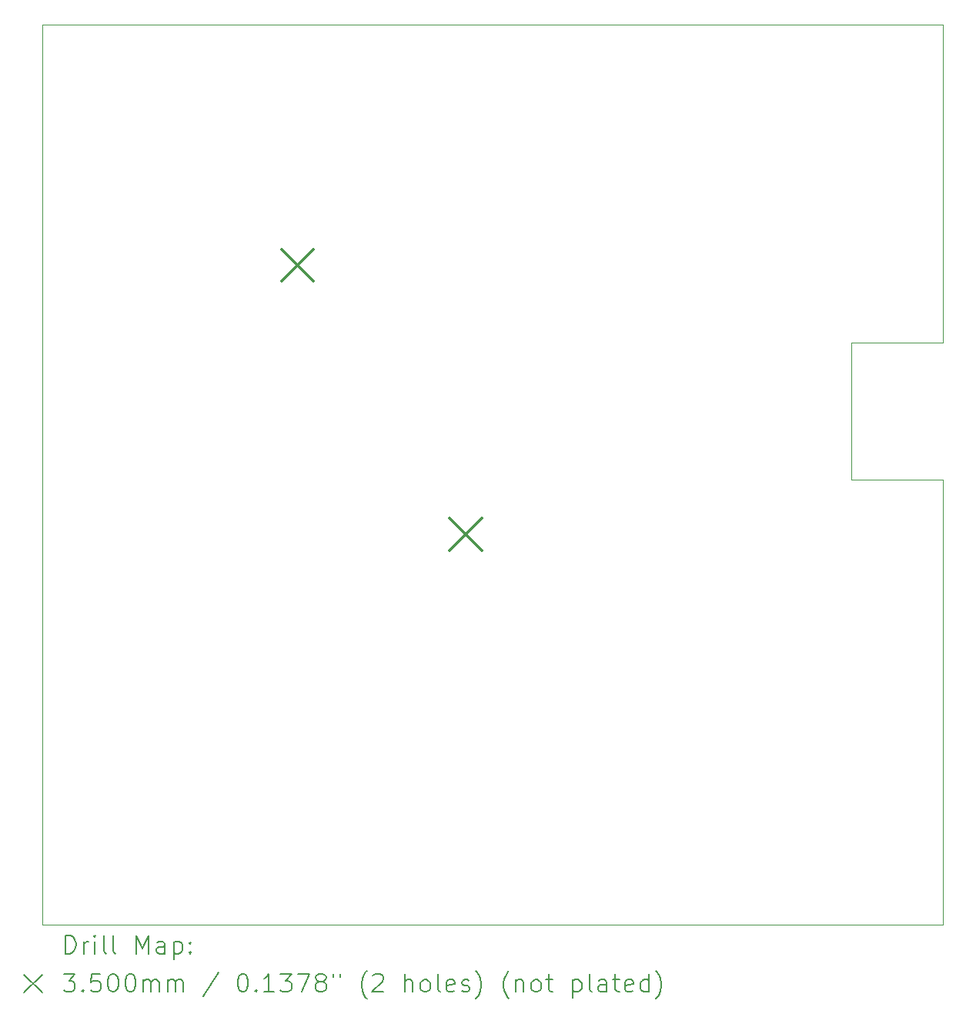
<source format=gbr>
%FSLAX45Y45*%
G04 Gerber Fmt 4.5, Leading zero omitted, Abs format (unit mm)*
G04 Created by KiCad (PCBNEW (6.0.4-0)) date 2022-09-08 11:41:53*
%MOMM*%
%LPD*%
G01*
G04 APERTURE LIST*
%TA.AperFunction,Profile*%
%ADD10C,0.100000*%
%TD*%
%ADD11C,0.200000*%
%ADD12C,0.350000*%
G04 APERTURE END LIST*
D10*
X5000000Y-14900000D02*
X5000000Y-5000000D01*
X14900000Y-14900000D02*
X5000000Y-14900000D01*
X14900000Y-10000000D02*
X14900000Y-14900000D01*
X13900000Y-10000000D02*
X14900000Y-10000000D01*
X13900000Y-10000000D02*
X13900000Y-8500000D01*
X13900000Y-8500000D02*
X14900000Y-8500000D01*
X14900000Y-5000000D02*
X14900000Y-8500000D01*
X5000000Y-5000000D02*
X14900000Y-5000000D01*
D11*
D12*
X7629200Y-7470400D02*
X7979200Y-7820400D01*
X7979200Y-7470400D02*
X7629200Y-7820400D01*
X9479300Y-10429500D02*
X9829300Y-10779500D01*
X9829300Y-10429500D02*
X9479300Y-10779500D01*
D11*
X5252619Y-15215476D02*
X5252619Y-15015476D01*
X5300238Y-15015476D01*
X5328810Y-15025000D01*
X5347857Y-15044048D01*
X5357381Y-15063095D01*
X5366905Y-15101190D01*
X5366905Y-15129762D01*
X5357381Y-15167857D01*
X5347857Y-15186905D01*
X5328810Y-15205952D01*
X5300238Y-15215476D01*
X5252619Y-15215476D01*
X5452619Y-15215476D02*
X5452619Y-15082143D01*
X5452619Y-15120238D02*
X5462143Y-15101190D01*
X5471667Y-15091667D01*
X5490714Y-15082143D01*
X5509762Y-15082143D01*
X5576429Y-15215476D02*
X5576429Y-15082143D01*
X5576429Y-15015476D02*
X5566905Y-15025000D01*
X5576429Y-15034524D01*
X5585952Y-15025000D01*
X5576429Y-15015476D01*
X5576429Y-15034524D01*
X5700238Y-15215476D02*
X5681190Y-15205952D01*
X5671667Y-15186905D01*
X5671667Y-15015476D01*
X5805000Y-15215476D02*
X5785952Y-15205952D01*
X5776428Y-15186905D01*
X5776428Y-15015476D01*
X6033571Y-15215476D02*
X6033571Y-15015476D01*
X6100238Y-15158333D01*
X6166905Y-15015476D01*
X6166905Y-15215476D01*
X6347857Y-15215476D02*
X6347857Y-15110714D01*
X6338333Y-15091667D01*
X6319286Y-15082143D01*
X6281190Y-15082143D01*
X6262143Y-15091667D01*
X6347857Y-15205952D02*
X6328809Y-15215476D01*
X6281190Y-15215476D01*
X6262143Y-15205952D01*
X6252619Y-15186905D01*
X6252619Y-15167857D01*
X6262143Y-15148809D01*
X6281190Y-15139286D01*
X6328809Y-15139286D01*
X6347857Y-15129762D01*
X6443095Y-15082143D02*
X6443095Y-15282143D01*
X6443095Y-15091667D02*
X6462143Y-15082143D01*
X6500238Y-15082143D01*
X6519286Y-15091667D01*
X6528809Y-15101190D01*
X6538333Y-15120238D01*
X6538333Y-15177381D01*
X6528809Y-15196428D01*
X6519286Y-15205952D01*
X6500238Y-15215476D01*
X6462143Y-15215476D01*
X6443095Y-15205952D01*
X6624048Y-15196428D02*
X6633571Y-15205952D01*
X6624048Y-15215476D01*
X6614524Y-15205952D01*
X6624048Y-15196428D01*
X6624048Y-15215476D01*
X6624048Y-15091667D02*
X6633571Y-15101190D01*
X6624048Y-15110714D01*
X6614524Y-15101190D01*
X6624048Y-15091667D01*
X6624048Y-15110714D01*
X4795000Y-15445000D02*
X4995000Y-15645000D01*
X4995000Y-15445000D02*
X4795000Y-15645000D01*
X5233571Y-15435476D02*
X5357381Y-15435476D01*
X5290714Y-15511667D01*
X5319286Y-15511667D01*
X5338333Y-15521190D01*
X5347857Y-15530714D01*
X5357381Y-15549762D01*
X5357381Y-15597381D01*
X5347857Y-15616428D01*
X5338333Y-15625952D01*
X5319286Y-15635476D01*
X5262143Y-15635476D01*
X5243095Y-15625952D01*
X5233571Y-15616428D01*
X5443095Y-15616428D02*
X5452619Y-15625952D01*
X5443095Y-15635476D01*
X5433571Y-15625952D01*
X5443095Y-15616428D01*
X5443095Y-15635476D01*
X5633571Y-15435476D02*
X5538333Y-15435476D01*
X5528810Y-15530714D01*
X5538333Y-15521190D01*
X5557381Y-15511667D01*
X5605000Y-15511667D01*
X5624048Y-15521190D01*
X5633571Y-15530714D01*
X5643095Y-15549762D01*
X5643095Y-15597381D01*
X5633571Y-15616428D01*
X5624048Y-15625952D01*
X5605000Y-15635476D01*
X5557381Y-15635476D01*
X5538333Y-15625952D01*
X5528810Y-15616428D01*
X5766905Y-15435476D02*
X5785952Y-15435476D01*
X5805000Y-15445000D01*
X5814524Y-15454524D01*
X5824048Y-15473571D01*
X5833571Y-15511667D01*
X5833571Y-15559286D01*
X5824048Y-15597381D01*
X5814524Y-15616428D01*
X5805000Y-15625952D01*
X5785952Y-15635476D01*
X5766905Y-15635476D01*
X5747857Y-15625952D01*
X5738333Y-15616428D01*
X5728809Y-15597381D01*
X5719286Y-15559286D01*
X5719286Y-15511667D01*
X5728809Y-15473571D01*
X5738333Y-15454524D01*
X5747857Y-15445000D01*
X5766905Y-15435476D01*
X5957381Y-15435476D02*
X5976428Y-15435476D01*
X5995476Y-15445000D01*
X6005000Y-15454524D01*
X6014524Y-15473571D01*
X6024048Y-15511667D01*
X6024048Y-15559286D01*
X6014524Y-15597381D01*
X6005000Y-15616428D01*
X5995476Y-15625952D01*
X5976428Y-15635476D01*
X5957381Y-15635476D01*
X5938333Y-15625952D01*
X5928809Y-15616428D01*
X5919286Y-15597381D01*
X5909762Y-15559286D01*
X5909762Y-15511667D01*
X5919286Y-15473571D01*
X5928809Y-15454524D01*
X5938333Y-15445000D01*
X5957381Y-15435476D01*
X6109762Y-15635476D02*
X6109762Y-15502143D01*
X6109762Y-15521190D02*
X6119286Y-15511667D01*
X6138333Y-15502143D01*
X6166905Y-15502143D01*
X6185952Y-15511667D01*
X6195476Y-15530714D01*
X6195476Y-15635476D01*
X6195476Y-15530714D02*
X6205000Y-15511667D01*
X6224048Y-15502143D01*
X6252619Y-15502143D01*
X6271667Y-15511667D01*
X6281190Y-15530714D01*
X6281190Y-15635476D01*
X6376428Y-15635476D02*
X6376428Y-15502143D01*
X6376428Y-15521190D02*
X6385952Y-15511667D01*
X6405000Y-15502143D01*
X6433571Y-15502143D01*
X6452619Y-15511667D01*
X6462143Y-15530714D01*
X6462143Y-15635476D01*
X6462143Y-15530714D02*
X6471667Y-15511667D01*
X6490714Y-15502143D01*
X6519286Y-15502143D01*
X6538333Y-15511667D01*
X6547857Y-15530714D01*
X6547857Y-15635476D01*
X6938333Y-15425952D02*
X6766905Y-15683095D01*
X7195476Y-15435476D02*
X7214524Y-15435476D01*
X7233571Y-15445000D01*
X7243095Y-15454524D01*
X7252619Y-15473571D01*
X7262143Y-15511667D01*
X7262143Y-15559286D01*
X7252619Y-15597381D01*
X7243095Y-15616428D01*
X7233571Y-15625952D01*
X7214524Y-15635476D01*
X7195476Y-15635476D01*
X7176428Y-15625952D01*
X7166905Y-15616428D01*
X7157381Y-15597381D01*
X7147857Y-15559286D01*
X7147857Y-15511667D01*
X7157381Y-15473571D01*
X7166905Y-15454524D01*
X7176428Y-15445000D01*
X7195476Y-15435476D01*
X7347857Y-15616428D02*
X7357381Y-15625952D01*
X7347857Y-15635476D01*
X7338333Y-15625952D01*
X7347857Y-15616428D01*
X7347857Y-15635476D01*
X7547857Y-15635476D02*
X7433571Y-15635476D01*
X7490714Y-15635476D02*
X7490714Y-15435476D01*
X7471667Y-15464048D01*
X7452619Y-15483095D01*
X7433571Y-15492619D01*
X7614524Y-15435476D02*
X7738333Y-15435476D01*
X7671667Y-15511667D01*
X7700238Y-15511667D01*
X7719286Y-15521190D01*
X7728809Y-15530714D01*
X7738333Y-15549762D01*
X7738333Y-15597381D01*
X7728809Y-15616428D01*
X7719286Y-15625952D01*
X7700238Y-15635476D01*
X7643095Y-15635476D01*
X7624048Y-15625952D01*
X7614524Y-15616428D01*
X7805000Y-15435476D02*
X7938333Y-15435476D01*
X7852619Y-15635476D01*
X8043095Y-15521190D02*
X8024048Y-15511667D01*
X8014524Y-15502143D01*
X8005000Y-15483095D01*
X8005000Y-15473571D01*
X8014524Y-15454524D01*
X8024048Y-15445000D01*
X8043095Y-15435476D01*
X8081190Y-15435476D01*
X8100238Y-15445000D01*
X8109762Y-15454524D01*
X8119286Y-15473571D01*
X8119286Y-15483095D01*
X8109762Y-15502143D01*
X8100238Y-15511667D01*
X8081190Y-15521190D01*
X8043095Y-15521190D01*
X8024048Y-15530714D01*
X8014524Y-15540238D01*
X8005000Y-15559286D01*
X8005000Y-15597381D01*
X8014524Y-15616428D01*
X8024048Y-15625952D01*
X8043095Y-15635476D01*
X8081190Y-15635476D01*
X8100238Y-15625952D01*
X8109762Y-15616428D01*
X8119286Y-15597381D01*
X8119286Y-15559286D01*
X8109762Y-15540238D01*
X8100238Y-15530714D01*
X8081190Y-15521190D01*
X8195476Y-15435476D02*
X8195476Y-15473571D01*
X8271667Y-15435476D02*
X8271667Y-15473571D01*
X8566905Y-15711667D02*
X8557381Y-15702143D01*
X8538333Y-15673571D01*
X8528810Y-15654524D01*
X8519286Y-15625952D01*
X8509762Y-15578333D01*
X8509762Y-15540238D01*
X8519286Y-15492619D01*
X8528810Y-15464048D01*
X8538333Y-15445000D01*
X8557381Y-15416428D01*
X8566905Y-15406905D01*
X8633571Y-15454524D02*
X8643095Y-15445000D01*
X8662143Y-15435476D01*
X8709762Y-15435476D01*
X8728810Y-15445000D01*
X8738333Y-15454524D01*
X8747857Y-15473571D01*
X8747857Y-15492619D01*
X8738333Y-15521190D01*
X8624048Y-15635476D01*
X8747857Y-15635476D01*
X8985952Y-15635476D02*
X8985952Y-15435476D01*
X9071667Y-15635476D02*
X9071667Y-15530714D01*
X9062143Y-15511667D01*
X9043095Y-15502143D01*
X9014524Y-15502143D01*
X8995476Y-15511667D01*
X8985952Y-15521190D01*
X9195476Y-15635476D02*
X9176429Y-15625952D01*
X9166905Y-15616428D01*
X9157381Y-15597381D01*
X9157381Y-15540238D01*
X9166905Y-15521190D01*
X9176429Y-15511667D01*
X9195476Y-15502143D01*
X9224048Y-15502143D01*
X9243095Y-15511667D01*
X9252619Y-15521190D01*
X9262143Y-15540238D01*
X9262143Y-15597381D01*
X9252619Y-15616428D01*
X9243095Y-15625952D01*
X9224048Y-15635476D01*
X9195476Y-15635476D01*
X9376429Y-15635476D02*
X9357381Y-15625952D01*
X9347857Y-15606905D01*
X9347857Y-15435476D01*
X9528810Y-15625952D02*
X9509762Y-15635476D01*
X9471667Y-15635476D01*
X9452619Y-15625952D01*
X9443095Y-15606905D01*
X9443095Y-15530714D01*
X9452619Y-15511667D01*
X9471667Y-15502143D01*
X9509762Y-15502143D01*
X9528810Y-15511667D01*
X9538333Y-15530714D01*
X9538333Y-15549762D01*
X9443095Y-15568809D01*
X9614524Y-15625952D02*
X9633571Y-15635476D01*
X9671667Y-15635476D01*
X9690714Y-15625952D01*
X9700238Y-15606905D01*
X9700238Y-15597381D01*
X9690714Y-15578333D01*
X9671667Y-15568809D01*
X9643095Y-15568809D01*
X9624048Y-15559286D01*
X9614524Y-15540238D01*
X9614524Y-15530714D01*
X9624048Y-15511667D01*
X9643095Y-15502143D01*
X9671667Y-15502143D01*
X9690714Y-15511667D01*
X9766905Y-15711667D02*
X9776429Y-15702143D01*
X9795476Y-15673571D01*
X9805000Y-15654524D01*
X9814524Y-15625952D01*
X9824048Y-15578333D01*
X9824048Y-15540238D01*
X9814524Y-15492619D01*
X9805000Y-15464048D01*
X9795476Y-15445000D01*
X9776429Y-15416428D01*
X9766905Y-15406905D01*
X10128810Y-15711667D02*
X10119286Y-15702143D01*
X10100238Y-15673571D01*
X10090714Y-15654524D01*
X10081190Y-15625952D01*
X10071667Y-15578333D01*
X10071667Y-15540238D01*
X10081190Y-15492619D01*
X10090714Y-15464048D01*
X10100238Y-15445000D01*
X10119286Y-15416428D01*
X10128810Y-15406905D01*
X10205000Y-15502143D02*
X10205000Y-15635476D01*
X10205000Y-15521190D02*
X10214524Y-15511667D01*
X10233571Y-15502143D01*
X10262143Y-15502143D01*
X10281190Y-15511667D01*
X10290714Y-15530714D01*
X10290714Y-15635476D01*
X10414524Y-15635476D02*
X10395476Y-15625952D01*
X10385952Y-15616428D01*
X10376429Y-15597381D01*
X10376429Y-15540238D01*
X10385952Y-15521190D01*
X10395476Y-15511667D01*
X10414524Y-15502143D01*
X10443095Y-15502143D01*
X10462143Y-15511667D01*
X10471667Y-15521190D01*
X10481190Y-15540238D01*
X10481190Y-15597381D01*
X10471667Y-15616428D01*
X10462143Y-15625952D01*
X10443095Y-15635476D01*
X10414524Y-15635476D01*
X10538333Y-15502143D02*
X10614524Y-15502143D01*
X10566905Y-15435476D02*
X10566905Y-15606905D01*
X10576429Y-15625952D01*
X10595476Y-15635476D01*
X10614524Y-15635476D01*
X10833571Y-15502143D02*
X10833571Y-15702143D01*
X10833571Y-15511667D02*
X10852619Y-15502143D01*
X10890714Y-15502143D01*
X10909762Y-15511667D01*
X10919286Y-15521190D01*
X10928810Y-15540238D01*
X10928810Y-15597381D01*
X10919286Y-15616428D01*
X10909762Y-15625952D01*
X10890714Y-15635476D01*
X10852619Y-15635476D01*
X10833571Y-15625952D01*
X11043095Y-15635476D02*
X11024048Y-15625952D01*
X11014524Y-15606905D01*
X11014524Y-15435476D01*
X11205000Y-15635476D02*
X11205000Y-15530714D01*
X11195476Y-15511667D01*
X11176429Y-15502143D01*
X11138333Y-15502143D01*
X11119286Y-15511667D01*
X11205000Y-15625952D02*
X11185952Y-15635476D01*
X11138333Y-15635476D01*
X11119286Y-15625952D01*
X11109762Y-15606905D01*
X11109762Y-15587857D01*
X11119286Y-15568809D01*
X11138333Y-15559286D01*
X11185952Y-15559286D01*
X11205000Y-15549762D01*
X11271667Y-15502143D02*
X11347857Y-15502143D01*
X11300238Y-15435476D02*
X11300238Y-15606905D01*
X11309762Y-15625952D01*
X11328809Y-15635476D01*
X11347857Y-15635476D01*
X11490714Y-15625952D02*
X11471667Y-15635476D01*
X11433571Y-15635476D01*
X11414524Y-15625952D01*
X11405000Y-15606905D01*
X11405000Y-15530714D01*
X11414524Y-15511667D01*
X11433571Y-15502143D01*
X11471667Y-15502143D01*
X11490714Y-15511667D01*
X11500238Y-15530714D01*
X11500238Y-15549762D01*
X11405000Y-15568809D01*
X11671667Y-15635476D02*
X11671667Y-15435476D01*
X11671667Y-15625952D02*
X11652619Y-15635476D01*
X11614524Y-15635476D01*
X11595476Y-15625952D01*
X11585952Y-15616428D01*
X11576428Y-15597381D01*
X11576428Y-15540238D01*
X11585952Y-15521190D01*
X11595476Y-15511667D01*
X11614524Y-15502143D01*
X11652619Y-15502143D01*
X11671667Y-15511667D01*
X11747857Y-15711667D02*
X11757381Y-15702143D01*
X11776428Y-15673571D01*
X11785952Y-15654524D01*
X11795476Y-15625952D01*
X11805000Y-15578333D01*
X11805000Y-15540238D01*
X11795476Y-15492619D01*
X11785952Y-15464048D01*
X11776428Y-15445000D01*
X11757381Y-15416428D01*
X11747857Y-15406905D01*
M02*

</source>
